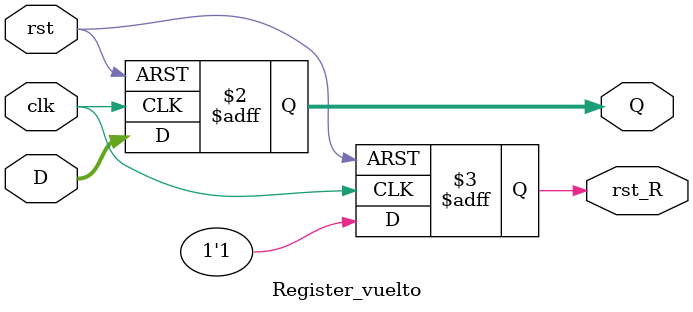
<source format=sv>
module Register_vuelto(input clk, rst,
					 input logic [3:0]D,
					 output logic  [3:0]Q,
					 output logic rst_R);
												
always_ff @ (negedge clk or posedge rst)

	if (rst) begin Q = 4'd0; rst_R = 1'b0; end
	else begin Q=D; rst_R = 1'b1; end

endmodule 
</source>
